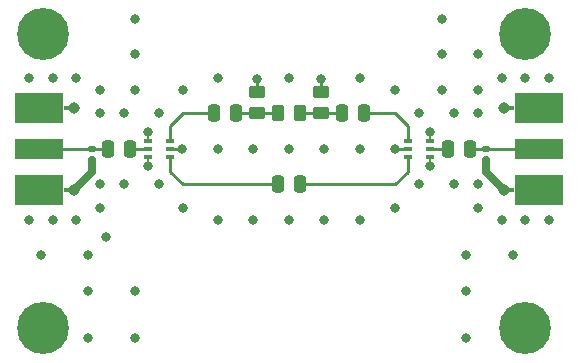
<source format=gtl>
G04 #@! TF.GenerationSoftware,KiCad,Pcbnew,(6.0.5-0)*
G04 #@! TF.CreationDate,2022-11-14T20:13:07-05:00*
G04 #@! TF.ProjectId,switchable-rf-attenuator,73776974-6368-4616-926c-652d72662d61,rev?*
G04 #@! TF.SameCoordinates,Original*
G04 #@! TF.FileFunction,Copper,L1,Top*
G04 #@! TF.FilePolarity,Positive*
%FSLAX46Y46*%
G04 Gerber Fmt 4.6, Leading zero omitted, Abs format (unit mm)*
G04 Created by KiCad (PCBNEW (6.0.5-0)) date 2022-11-14 20:13:07*
%MOMM*%
%LPD*%
G01*
G04 APERTURE LIST*
G04 Aperture macros list*
%AMRoundRect*
0 Rectangle with rounded corners*
0 $1 Rounding radius*
0 $2 $3 $4 $5 $6 $7 $8 $9 X,Y pos of 4 corners*
0 Add a 4 corners polygon primitive as box body*
4,1,4,$2,$3,$4,$5,$6,$7,$8,$9,$2,$3,0*
0 Add four circle primitives for the rounded corners*
1,1,$1+$1,$2,$3*
1,1,$1+$1,$4,$5*
1,1,$1+$1,$6,$7*
1,1,$1+$1,$8,$9*
0 Add four rect primitives between the rounded corners*
20,1,$1+$1,$2,$3,$4,$5,0*
20,1,$1+$1,$4,$5,$6,$7,0*
20,1,$1+$1,$6,$7,$8,$9,0*
20,1,$1+$1,$8,$9,$2,$3,0*%
G04 Aperture macros list end*
G04 #@! TA.AperFunction,SMDPad,CuDef*
%ADD10RoundRect,0.250000X-0.450000X0.262500X-0.450000X-0.262500X0.450000X-0.262500X0.450000X0.262500X0*%
G04 #@! TD*
G04 #@! TA.AperFunction,SMDPad,CuDef*
%ADD11R,0.650000X0.400000*%
G04 #@! TD*
G04 #@! TA.AperFunction,ComponentPad*
%ADD12C,0.700000*%
G04 #@! TD*
G04 #@! TA.AperFunction,ComponentPad*
%ADD13C,4.400000*%
G04 #@! TD*
G04 #@! TA.AperFunction,SMDPad,CuDef*
%ADD14R,4.190000X1.780000*%
G04 #@! TD*
G04 #@! TA.AperFunction,SMDPad,CuDef*
%ADD15R,4.190000X2.665000*%
G04 #@! TD*
G04 #@! TA.AperFunction,ComponentPad*
%ADD16C,0.970000*%
G04 #@! TD*
G04 #@! TA.AperFunction,SMDPad,CuDef*
%ADD17R,0.890000X0.460000*%
G04 #@! TD*
G04 #@! TA.AperFunction,SMDPad,CuDef*
%ADD18RoundRect,0.250000X0.250000X0.475000X-0.250000X0.475000X-0.250000X-0.475000X0.250000X-0.475000X0*%
G04 #@! TD*
G04 #@! TA.AperFunction,SMDPad,CuDef*
%ADD19RoundRect,0.250000X-0.250000X-0.475000X0.250000X-0.475000X0.250000X0.475000X-0.250000X0.475000X0*%
G04 #@! TD*
G04 #@! TA.AperFunction,SMDPad,CuDef*
%ADD20RoundRect,0.147500X0.172500X-0.147500X0.172500X0.147500X-0.172500X0.147500X-0.172500X-0.147500X0*%
G04 #@! TD*
G04 #@! TA.AperFunction,SMDPad,CuDef*
%ADD21RoundRect,0.250000X-0.262500X-0.450000X0.262500X-0.450000X0.262500X0.450000X-0.262500X0.450000X0*%
G04 #@! TD*
G04 #@! TA.AperFunction,ViaPad*
%ADD22C,0.800000*%
G04 #@! TD*
G04 #@! TA.AperFunction,Conductor*
%ADD23C,0.200000*%
G04 #@! TD*
G04 #@! TA.AperFunction,Conductor*
%ADD24C,0.293370*%
G04 #@! TD*
G04 #@! TA.AperFunction,Conductor*
%ADD25C,0.640000*%
G04 #@! TD*
G04 APERTURE END LIST*
D10*
X166300000Y-113175000D03*
X166300000Y-115000000D03*
D11*
X179050000Y-117350000D03*
X179050000Y-118000000D03*
X179050000Y-118650000D03*
X180950000Y-118650000D03*
X180950000Y-118000000D03*
X180950000Y-117350000D03*
D12*
X187350000Y-108300000D03*
X190166726Y-109466726D03*
X189000000Y-109950000D03*
X190650000Y-108300000D03*
X190166726Y-107133274D03*
X187833274Y-109466726D03*
D13*
X189000000Y-108300000D03*
D12*
X187833274Y-107133274D03*
X189000000Y-106650000D03*
D14*
X147800000Y-118000000D03*
D15*
X147800000Y-121492500D03*
D16*
X150785000Y-114507500D03*
X150785000Y-121492500D03*
D15*
X147800000Y-114507500D03*
D17*
X150340000Y-114507500D03*
X150340000Y-121492500D03*
D18*
X155550000Y-118000000D03*
X153650000Y-118000000D03*
D12*
X149316726Y-132033274D03*
X148150000Y-131550000D03*
X148150000Y-134850000D03*
X149316726Y-134366726D03*
X146500000Y-133200000D03*
X146983274Y-134366726D03*
X146983274Y-132033274D03*
X149800000Y-133200000D03*
D13*
X148200000Y-133200000D03*
D19*
X168050000Y-121000000D03*
X169950000Y-121000000D03*
D14*
X190200000Y-118000000D03*
D15*
X190200000Y-121492500D03*
D16*
X187215000Y-114507500D03*
X187215000Y-121492500D03*
D17*
X187660000Y-121492500D03*
D15*
X190200000Y-114507500D03*
D17*
X187660000Y-114507500D03*
D20*
X185650000Y-118970000D03*
X185650000Y-118000000D03*
D19*
X162630000Y-115000000D03*
X164530000Y-115000000D03*
X173470000Y-115000000D03*
X175370000Y-115000000D03*
D11*
X158950000Y-118650000D03*
X158950000Y-118000000D03*
X158950000Y-117350000D03*
X157050000Y-117350000D03*
X157050000Y-118000000D03*
X157050000Y-118650000D03*
D19*
X182450000Y-118000000D03*
X184350000Y-118000000D03*
D21*
X168087500Y-115000000D03*
X169912500Y-115000000D03*
D12*
X149366726Y-109466726D03*
X147033274Y-107133274D03*
X146550000Y-108300000D03*
X147033274Y-109466726D03*
D13*
X148200000Y-108300000D03*
D12*
X149366726Y-107133274D03*
X149850000Y-108300000D03*
X148200000Y-106650000D03*
X148200000Y-109950000D03*
D10*
X171700000Y-113175000D03*
X171700000Y-115000000D03*
D20*
X152330000Y-118970000D03*
X152330000Y-118000000D03*
D12*
X187833274Y-134366726D03*
X190166726Y-132033274D03*
X190650000Y-133200000D03*
D13*
X189000000Y-133200000D03*
D12*
X189000000Y-134850000D03*
X189000000Y-131550000D03*
X187350000Y-133200000D03*
X190166726Y-134366726D03*
X187833274Y-132033274D03*
D22*
X180950000Y-119460000D03*
X157050000Y-119460000D03*
X157050000Y-116540000D03*
X180950000Y-116540000D03*
X190200000Y-114500000D03*
X166000000Y-118000000D03*
X184000000Y-127000000D03*
X178000000Y-113000000D03*
X175000000Y-124000000D03*
X188800000Y-114500000D03*
X191000000Y-112000000D03*
X156000000Y-134000000D03*
X156000000Y-113000000D03*
X191600000Y-114500000D03*
X169000000Y-124000000D03*
X188800000Y-121500000D03*
X155000000Y-121000000D03*
X166300000Y-112060000D03*
X180000000Y-115000000D03*
X175000000Y-118000000D03*
X149000000Y-112000000D03*
X189000000Y-112000000D03*
X185000000Y-110000000D03*
X156000000Y-107000000D03*
X146400000Y-114500000D03*
X151000000Y-112000000D03*
X191000000Y-124000000D03*
X163000000Y-124000000D03*
X178000000Y-123000000D03*
X183000000Y-121000000D03*
X152000000Y-130000000D03*
X182000000Y-107000000D03*
X149200000Y-121500000D03*
X188000000Y-127000000D03*
X182000000Y-110000000D03*
X171700000Y-112060000D03*
X169000000Y-112000000D03*
X158000000Y-121000000D03*
X178000000Y-118000000D03*
X169000000Y-118000000D03*
X187000000Y-112000000D03*
X184000000Y-134000000D03*
X183000000Y-115000000D03*
X147000000Y-124000000D03*
X152000000Y-134000000D03*
X153000000Y-113000000D03*
X156000000Y-130000000D03*
X148000000Y-127000000D03*
X185000000Y-115000000D03*
X153500000Y-125500000D03*
X189000000Y-124000000D03*
X180000000Y-121000000D03*
X163000000Y-112000000D03*
X163000000Y-118000000D03*
X147000000Y-112000000D03*
X153000000Y-115000000D03*
X191600000Y-121500000D03*
X153000000Y-123000000D03*
X153000000Y-121000000D03*
X182000000Y-113000000D03*
X155000000Y-115000000D03*
X184000000Y-130000000D03*
X187000000Y-124000000D03*
X166000000Y-124000000D03*
X151000000Y-124000000D03*
X152000000Y-127000000D03*
X185000000Y-123000000D03*
X159950000Y-118000000D03*
X156000000Y-110000000D03*
X172000000Y-118000000D03*
X172000000Y-124000000D03*
X190200000Y-121500000D03*
X175000000Y-112000000D03*
X160000000Y-123000000D03*
X160000000Y-113000000D03*
X146400000Y-121500000D03*
X147800000Y-114500000D03*
X185000000Y-121000000D03*
X149000000Y-124000000D03*
X149200000Y-114500000D03*
X158000000Y-115000000D03*
X185000000Y-113000000D03*
X147800000Y-121500000D03*
D23*
X180950000Y-118650000D02*
X180950000Y-119460000D01*
X157050000Y-118650000D02*
X157050000Y-119460000D01*
X157050000Y-117350000D02*
X157050000Y-116540000D01*
X180950000Y-117350000D02*
X180950000Y-116540000D01*
D24*
X155550000Y-118000000D02*
X157050000Y-118000000D01*
X180950000Y-118000000D02*
X182450000Y-118000000D01*
X160000000Y-115000000D02*
X162050000Y-115000000D01*
X158950000Y-116050000D02*
X160000000Y-115000000D01*
X158950000Y-117350000D02*
X158950000Y-116050000D01*
X175370000Y-115000000D02*
X178000000Y-115000000D01*
X179050000Y-116050000D02*
X179050000Y-117350000D01*
X178000000Y-115000000D02*
X179050000Y-116050000D01*
X179000000Y-118000000D02*
X178000000Y-118000000D01*
X171700000Y-113175000D02*
X171700000Y-112060000D01*
X166300000Y-113175000D02*
X166300000Y-112060000D01*
D25*
X185650000Y-119927500D02*
X187215000Y-121492500D01*
X152330000Y-119947500D02*
X150785000Y-121492500D01*
X152330000Y-118970000D02*
X152330000Y-119947500D01*
D24*
X158950000Y-118000000D02*
X159950000Y-118000000D01*
D25*
X185650000Y-118970000D02*
X185650000Y-119927500D01*
D24*
X168087500Y-115000000D02*
X164530000Y-115000000D01*
X169912500Y-115000000D02*
X173470000Y-115000000D01*
X168050000Y-121000000D02*
X160000000Y-121000000D01*
X158950000Y-119950000D02*
X158950000Y-118650000D01*
X160000000Y-121000000D02*
X158950000Y-119950000D01*
X179050000Y-119950000D02*
X178000000Y-121000000D01*
X178000000Y-121000000D02*
X169950000Y-121000000D01*
X179050000Y-118650000D02*
X179050000Y-119950000D01*
X190200000Y-118000000D02*
X185650000Y-118000000D01*
X184350000Y-118000000D02*
X185650000Y-118000000D01*
X152330000Y-118000000D02*
X147800000Y-118000000D01*
X152330000Y-118000000D02*
X153650000Y-118000000D01*
M02*

</source>
